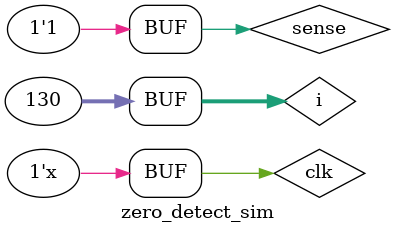
<source format=v>
`timescale 1ns / 1ps


module zero_detect_sim();
    reg clk = 0;
    always #1 
    begin
        clk = ~clk;
    end
    
    reg sense;
    
    zero_detect #(
        .WINDOW_SIZE(60),
        .HIGH_THRESHOLD(40),
        .LOW_THRESHOLD(30)
    ) zero_detect (
        .clk(clk),
        .reset(0),
        .in(sense),
        .pos_edge(pos_edge),
        .neg_edge(neg_edge));
        
    integer i;
        
    initial 
    begin
        sense <= 0;
        #40; // Let things settle
      
        // Positive zero crossing from UNDEFINED
        for (i = 0; i < 130; i = i + 1) 
        begin
			#1
			sense <= 1;
			
			#4
			sense <= 0;
		end
       
        // Leave sense high for a while, then transition to LOW
        sense <= 1;
        #100;
        
        for (i = 0; i < 130; i = i + 1) 
        begin
			#1
			sense <= 0;
			
			#4
			sense <= 1;
		end
		
		sense <= 0;
		#400;
		
        sense <= 1;
		#400;
		
    end
endmodule

</source>
